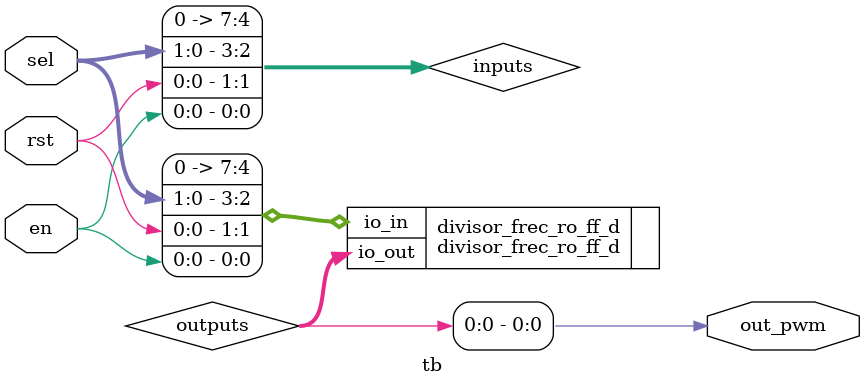
<source format=v>
`default_nettype none
`timescale 1ns/1ps

module tb(
		input en,
		input rst,
		input [1:0] sel,
		output out_pwm
	);
	
	initial begin
		$dumpfile ("tb.vcd");
		$dumpvars (0,tb);
		#1;
	end
	
	wire [7:0] inputs = {4'b0, sel[1], sel[0], rst, en};
	wire [7:0] outputs;
	assign out_pwm = outputs[0];

	
	
	divisor_frec_ro_ff_d divisor_frec_ro_ff_d(
	.io_in (inputs),
	.io_out (outputs)
	);
endmodule

</source>
